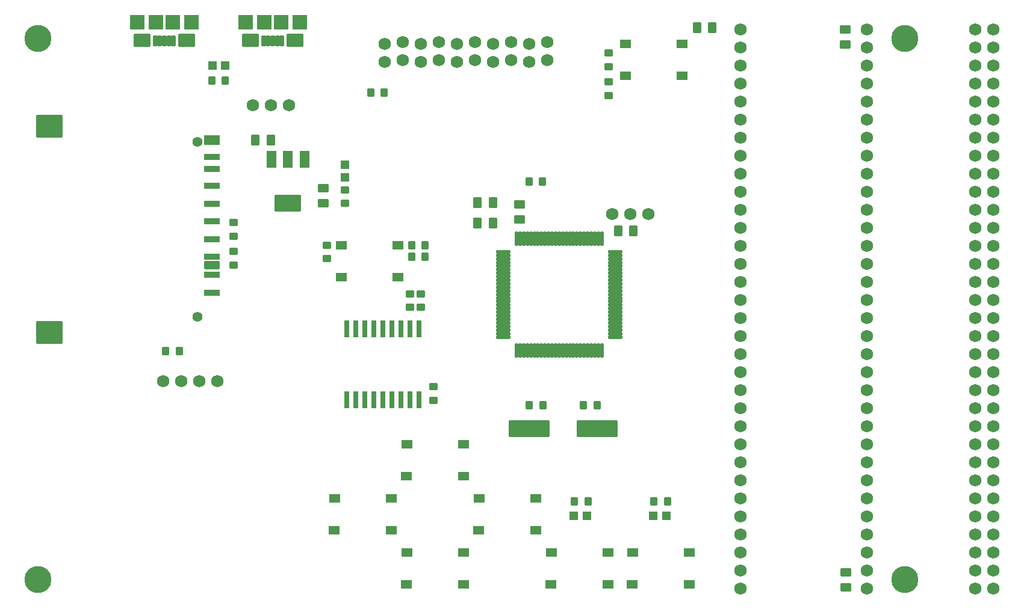
<source format=gts>
%TF.GenerationSoftware,KiCad,Pcbnew,(6.0.5)*%
%TF.CreationDate,2022-08-23T15:07:46-04:00*%
%TF.ProjectId,UMDv3,554d4476-332e-46b6-9963-61645f706362,rev?*%
%TF.SameCoordinates,Original*%
%TF.FileFunction,Soldermask,Top*%
%TF.FilePolarity,Negative*%
%FSLAX46Y46*%
G04 Gerber Fmt 4.6, Leading zero omitted, Abs format (unit mm)*
G04 Created by KiCad (PCBNEW (6.0.5)) date 2022-08-23 15:07:46*
%MOMM*%
%LPD*%
G01*
G04 APERTURE LIST*
G04 Aperture macros list*
%AMRoundRect*
0 Rectangle with rounded corners*
0 $1 Rounding radius*
0 $2 $3 $4 $5 $6 $7 $8 $9 X,Y pos of 4 corners*
0 Add a 4 corners polygon primitive as box body*
4,1,4,$2,$3,$4,$5,$6,$7,$8,$9,$2,$3,0*
0 Add four circle primitives for the rounded corners*
1,1,$1+$1,$2,$3*
1,1,$1+$1,$4,$5*
1,1,$1+$1,$6,$7*
1,1,$1+$1,$8,$9*
0 Add four rect primitives between the rounded corners*
20,1,$1+$1,$2,$3,$4,$5,0*
20,1,$1+$1,$4,$5,$6,$7,0*
20,1,$1+$1,$6,$7,$8,$9,0*
20,1,$1+$1,$8,$9,$2,$3,0*%
G04 Aperture macros list end*
%ADD10RoundRect,0.101600X-0.400000X-0.500000X0.400000X-0.500000X0.400000X0.500000X-0.400000X0.500000X0*%
%ADD11RoundRect,0.101600X0.508000X0.635000X-0.508000X0.635000X-0.508000X-0.635000X0.508000X-0.635000X0*%
%ADD12RoundRect,0.101600X0.500000X-0.400000X0.500000X0.400000X-0.500000X0.400000X-0.500000X-0.400000X0*%
%ADD13RoundRect,0.100000X0.950000X0.950000X-0.950000X0.950000X-0.950000X-0.950000X0.950000X-0.950000X0*%
%ADD14RoundRect,0.100000X1.050000X0.800000X-1.050000X0.800000X-1.050000X-0.800000X1.050000X-0.800000X0*%
%ADD15RoundRect,0.100000X0.200000X0.675000X-0.200000X0.675000X-0.200000X-0.675000X0.200000X-0.675000X0*%
%ADD16C,1.727200*%
%ADD17C,1.403200*%
%ADD18RoundRect,0.101600X-1.000000X0.350000X-1.000000X-0.350000X1.000000X-0.350000X1.000000X0.350000X0*%
%ADD19RoundRect,0.101600X-1.750000X1.500000X-1.750000X-1.500000X1.750000X-1.500000X1.750000X1.500000X0*%
%ADD20RoundRect,0.101600X-1.000000X0.475000X-1.000000X-0.475000X1.000000X-0.475000X1.000000X0.475000X0*%
%ADD21RoundRect,0.101600X-1.000000X0.600000X-1.000000X-0.600000X1.000000X-0.600000X1.000000X0.600000X0*%
%ADD22RoundRect,0.101600X0.400000X0.500000X-0.400000X0.500000X-0.400000X-0.500000X0.400000X-0.500000X0*%
%ADD23RoundRect,0.101600X-0.500000X0.400000X-0.500000X-0.400000X0.500000X-0.400000X0.500000X0.400000X0*%
%ADD24R,1.550000X1.300000*%
%ADD25RoundRect,0.101600X0.635000X-0.508000X0.635000X0.508000X-0.635000X0.508000X-0.635000X-0.508000X0*%
%ADD26RoundRect,0.101600X-0.508000X-0.635000X0.508000X-0.635000X0.508000X0.635000X-0.508000X0.635000X0*%
%ADD27RoundRect,0.101600X0.500000X0.500000X-0.500000X0.500000X-0.500000X-0.500000X0.500000X-0.500000X0*%
%ADD28RoundRect,0.101600X-0.500000X0.500000X-0.500000X-0.500000X0.500000X-0.500000X0.500000X0.500000X0*%
%ADD29C,3.810000*%
%ADD30RoundRect,0.110000X0.145000X-0.925000X0.145000X0.925000X-0.145000X0.925000X-0.145000X-0.925000X0*%
%ADD31RoundRect,0.110000X0.925000X0.145000X-0.925000X0.145000X-0.925000X-0.145000X0.925000X-0.145000X0*%
%ADD32RoundRect,0.110000X-0.925000X-0.145000X0.925000X-0.145000X0.925000X0.145000X-0.925000X0.145000X0*%
%ADD33RoundRect,0.101600X-0.250000X1.100000X-0.250000X-1.100000X0.250000X-1.100000X0.250000X1.100000X0*%
%ADD34RoundRect,0.110000X-2.800000X-1.050000X2.800000X-1.050000X2.800000X1.050000X-2.800000X1.050000X0*%
%ADD35RoundRect,0.101600X0.600000X1.100000X-0.600000X1.100000X-0.600000X-1.100000X0.600000X-1.100000X0*%
%ADD36RoundRect,0.101600X1.750000X1.100000X-1.750000X1.100000X-1.750000X-1.100000X1.750000X-1.100000X0*%
G04 APERTURE END LIST*
D10*
%TO.C,C101*%
X125542000Y-77470000D03*
X127442000Y-77470000D03*
%TD*%
D11*
%TO.C,C102*%
X111506000Y-84201000D03*
X109347000Y-84201000D03*
%TD*%
D12*
%TO.C,C104*%
X159004000Y-73848000D03*
X159004000Y-71948000D03*
%TD*%
D13*
%TO.C,CON101*%
X107910000Y-67564000D03*
X110560000Y-67564000D03*
D14*
X114910000Y-70114000D03*
D13*
X115610000Y-67564000D03*
D14*
X108610000Y-70114000D03*
D13*
X112960000Y-67564000D03*
D15*
X113060000Y-70239000D03*
X112410000Y-70239000D03*
X111760000Y-70239000D03*
X111110000Y-70239000D03*
X110460000Y-70239000D03*
%TD*%
D16*
%TO.C,CON103*%
X108966000Y-79248000D03*
X111506000Y-79248000D03*
X114046000Y-79248000D03*
%TD*%
%TO.C,CON104*%
X127508000Y-73152000D03*
X127508000Y-70612000D03*
X130048000Y-72898000D03*
X130048000Y-70358000D03*
X132588000Y-73152000D03*
X132588000Y-70612000D03*
X135128000Y-72898000D03*
X135128000Y-70358000D03*
X137668000Y-73152000D03*
X137668000Y-70612000D03*
X140208000Y-72898000D03*
X140208000Y-70358000D03*
X142748000Y-73152000D03*
X142748000Y-70612000D03*
X145288000Y-72898000D03*
X145288000Y-70358000D03*
X147828000Y-73152000D03*
X147828000Y-70612000D03*
X150368000Y-72898000D03*
X150368000Y-70358000D03*
%TD*%
D17*
%TO.C,CON105*%
X101135000Y-84474000D03*
X101135000Y-109074000D03*
D18*
X103235000Y-103149000D03*
X103235000Y-100649000D03*
X103235000Y-98149000D03*
X103235000Y-95649000D03*
X103235000Y-93149000D03*
X103235000Y-90649000D03*
X103235000Y-88224000D03*
X103235000Y-86524000D03*
X103235000Y-105649000D03*
D19*
X80335000Y-111274000D03*
D20*
X103235000Y-101774000D03*
D21*
X103235000Y-84219000D03*
D19*
X80335000Y-82274000D03*
%TD*%
D22*
%TO.C,R101*%
X149692400Y-89992200D03*
X147792400Y-89992200D03*
%TD*%
D23*
%TO.C,R102*%
X131064000Y-105857000D03*
X131064000Y-107757000D03*
%TD*%
%TO.C,R103*%
X132588000Y-105857000D03*
X132588000Y-107757000D03*
%TD*%
D24*
%TO.C,SW101*%
X161379000Y-70648000D03*
X169329000Y-70648000D03*
X161354000Y-75148000D03*
X169354000Y-75148000D03*
%TD*%
D25*
%TO.C,C105*%
X146456400Y-95377000D03*
X146456400Y-93218000D03*
%TD*%
D11*
%TO.C,C106*%
X162509200Y-97002600D03*
X160350200Y-97002600D03*
%TD*%
D26*
%TO.C,C107*%
X140589000Y-95885000D03*
X142748000Y-95885000D03*
%TD*%
D12*
%TO.C,C108*%
X119405400Y-100873600D03*
X119405400Y-98973600D03*
%TD*%
D22*
%TO.C,C110*%
X157363200Y-121564400D03*
X155463200Y-121564400D03*
%TD*%
D26*
%TO.C,C111*%
X171450000Y-68326000D03*
X173609000Y-68326000D03*
%TD*%
D25*
%TO.C,C112*%
X192278000Y-70739000D03*
X192278000Y-68580000D03*
%TD*%
%TO.C,C113*%
X192405000Y-147193000D03*
X192405000Y-145034000D03*
%TD*%
D23*
%TO.C,C114*%
X106299000Y-95824000D03*
X106299000Y-97724000D03*
%TD*%
D27*
%TO.C,D103*%
X105054400Y-73685400D03*
X103254400Y-73685400D03*
%TD*%
D28*
%TO.C,D104*%
X121945400Y-87655400D03*
X121945400Y-89455400D03*
%TD*%
D26*
%TO.C,FB101*%
X140589000Y-92964000D03*
X142748000Y-92964000D03*
%TD*%
D12*
%TO.C,R104*%
X159004000Y-77912000D03*
X159004000Y-76012000D03*
%TD*%
D10*
%TO.C,R107*%
X131307800Y-100634800D03*
X133207800Y-100634800D03*
%TD*%
D22*
%TO.C,R108*%
X133207800Y-98983800D03*
X131307800Y-98983800D03*
%TD*%
D10*
%TO.C,R109*%
X103190000Y-75819000D03*
X105090000Y-75819000D03*
%TD*%
D23*
%TO.C,R110*%
X121945400Y-91201200D03*
X121945400Y-93101200D03*
%TD*%
D24*
%TO.C,SW105*%
X120459600Y-134630600D03*
X128409600Y-134630600D03*
X120434600Y-139130600D03*
X128434600Y-139130600D03*
%TD*%
D16*
%TO.C,CON106*%
X210566000Y-68580000D03*
X177546000Y-68580000D03*
X210566000Y-71120000D03*
X177546000Y-71120000D03*
X210566000Y-73660000D03*
X177546000Y-73660000D03*
X177546000Y-76200000D03*
X210566000Y-76200000D03*
X177546000Y-78740000D03*
X210566000Y-78740000D03*
X210566000Y-81280000D03*
X177546000Y-81280000D03*
X210566000Y-83820000D03*
X177546000Y-83820000D03*
X210566000Y-86360000D03*
X177546000Y-86360000D03*
X210566000Y-88900000D03*
X177546000Y-88900000D03*
X177546000Y-91440000D03*
X210566000Y-91440000D03*
X210566000Y-93980000D03*
X177546000Y-93980000D03*
X177546000Y-96520000D03*
X210566000Y-96520000D03*
X210566000Y-99060000D03*
X177546000Y-99060000D03*
X177546000Y-101600000D03*
X210566000Y-101600000D03*
X210566000Y-104140000D03*
X177546000Y-104140000D03*
X177546000Y-106680000D03*
X210566000Y-106680000D03*
X210566000Y-109220000D03*
X177546000Y-109220000D03*
X210566000Y-111760000D03*
X177546000Y-111760000D03*
X210566000Y-114300000D03*
X177546000Y-114300000D03*
X210566000Y-116840000D03*
X177546000Y-116840000D03*
X210566000Y-119380000D03*
X177546000Y-119380000D03*
X210566000Y-121920000D03*
X177546000Y-121920000D03*
X177546000Y-124460000D03*
X210566000Y-124460000D03*
X177546000Y-127000000D03*
X210566000Y-127000000D03*
X210566000Y-129540000D03*
X177546000Y-129540000D03*
X210566000Y-132080000D03*
X177546000Y-132080000D03*
X177546000Y-134620000D03*
X210566000Y-134620000D03*
X210566000Y-137160000D03*
X177546000Y-137160000D03*
X210566000Y-139700000D03*
X177546000Y-139700000D03*
X177546000Y-142240000D03*
X210566000Y-142240000D03*
X177546000Y-144780000D03*
X210566000Y-144780000D03*
X210566000Y-147320000D03*
X177546000Y-147320000D03*
X213106000Y-147320000D03*
X195326000Y-147320000D03*
X213106000Y-144780000D03*
X195326000Y-144780000D03*
X213106000Y-142240000D03*
X195326000Y-142240000D03*
X213106000Y-139700000D03*
X195326000Y-139700000D03*
X213106000Y-137160000D03*
X195326000Y-137160000D03*
X213106000Y-134620000D03*
X195326000Y-134620000D03*
X213106000Y-132080000D03*
X195326000Y-132080000D03*
X213106000Y-129540000D03*
X195326000Y-129540000D03*
X195326000Y-127000000D03*
X213106000Y-127000000D03*
X195326000Y-124460000D03*
X213106000Y-124460000D03*
X195326000Y-121920000D03*
X213106000Y-121920000D03*
X195326000Y-119380000D03*
X213106000Y-119380000D03*
X195326000Y-116840000D03*
X213106000Y-116840000D03*
X213106000Y-114300000D03*
X195326000Y-114300000D03*
X195326000Y-111760000D03*
X213106000Y-111760000D03*
X213106000Y-109220000D03*
X195326000Y-109220000D03*
X213106000Y-106680000D03*
X195326000Y-106680000D03*
X195326000Y-104140000D03*
X213106000Y-104140000D03*
X195326000Y-101600000D03*
X213106000Y-101600000D03*
X213106000Y-99060000D03*
X195326000Y-99060000D03*
X195326000Y-96520000D03*
X213106000Y-96520000D03*
X195326000Y-93980000D03*
X213106000Y-93980000D03*
X213106000Y-91440000D03*
X195326000Y-91440000D03*
X213106000Y-88900000D03*
X195326000Y-88900000D03*
X195326000Y-86360000D03*
X213106000Y-86360000D03*
X195326000Y-83820000D03*
X213106000Y-83820000D03*
X195326000Y-81280000D03*
X213106000Y-81280000D03*
X213106000Y-78740000D03*
X195326000Y-78740000D03*
X195326000Y-76200000D03*
X213106000Y-76200000D03*
X195326000Y-73660000D03*
X213106000Y-73660000D03*
X213106000Y-71120000D03*
X195326000Y-71120000D03*
X195326000Y-68580000D03*
X213106000Y-68580000D03*
%TD*%
D29*
%TO.C,MEC102*%
X78740000Y-146050000D03*
%TD*%
%TO.C,MEC103*%
X200660000Y-69850000D03*
%TD*%
%TO.C,MEC104*%
X200660000Y-146050000D03*
%TD*%
%TO.C,MEC101*%
X78740000Y-69850000D03*
%TD*%
D24*
%TO.C,SW107*%
X130619600Y-127010600D03*
X138569600Y-127010600D03*
X130594600Y-131510600D03*
X138594600Y-131510600D03*
%TD*%
%TO.C,SW106*%
X130619600Y-142250600D03*
X138569600Y-142250600D03*
X130594600Y-146750600D03*
X138594600Y-146750600D03*
%TD*%
%TO.C,SW103*%
X162369600Y-142250600D03*
X170319600Y-142250600D03*
X162344600Y-146750600D03*
X170344600Y-146750600D03*
%TD*%
%TO.C,SW102*%
X150939600Y-142250600D03*
X158889600Y-142250600D03*
X150914600Y-146750600D03*
X158914600Y-146750600D03*
%TD*%
%TO.C,SW104*%
X140779600Y-134630600D03*
X148729600Y-134630600D03*
X140754600Y-139130600D03*
X148754600Y-139130600D03*
%TD*%
D27*
%TO.C,D102*%
X167106600Y-137134600D03*
X165306600Y-137134600D03*
%TD*%
D10*
%TO.C,R106*%
X165394600Y-135102600D03*
X167294600Y-135102600D03*
%TD*%
D27*
%TO.C,D101*%
X155930600Y-137134600D03*
X154130600Y-137134600D03*
%TD*%
D22*
%TO.C,R105*%
X156118600Y-135102600D03*
X154218600Y-135102600D03*
%TD*%
D16*
%TO.C,U104*%
X96380000Y-118110000D03*
X98920000Y-118110000D03*
X101460000Y-118110000D03*
X104000000Y-118110000D03*
%TD*%
D10*
%TO.C,C116*%
X96713000Y-113919000D03*
X98613000Y-113919000D03*
%TD*%
D23*
%TO.C,C115*%
X134366000Y-118938000D03*
X134366000Y-120838000D03*
%TD*%
D30*
%TO.C,U103*%
X146050000Y-113792000D03*
X146550000Y-113792000D03*
X147050000Y-113792000D03*
X147550000Y-113792000D03*
X148050000Y-113792000D03*
X148550000Y-113792000D03*
X149050000Y-113792000D03*
X149550000Y-113792000D03*
X150050000Y-113792000D03*
X150550000Y-113792000D03*
X151050000Y-113792000D03*
X151550000Y-113792000D03*
X152050000Y-113792000D03*
X152550000Y-113792000D03*
X153050000Y-113792000D03*
X153550000Y-113792000D03*
X154050000Y-113792000D03*
X154550000Y-113792000D03*
X155050000Y-113792000D03*
X155550000Y-113792000D03*
X156050000Y-113792000D03*
X156550000Y-113792000D03*
X157050000Y-113792000D03*
X157550000Y-113792000D03*
X158050000Y-113792000D03*
D31*
X159925000Y-111917000D03*
D32*
X159925000Y-111417000D03*
D31*
X159925000Y-110917000D03*
X159925000Y-110417000D03*
X159925000Y-109917000D03*
X159925000Y-109417000D03*
X159925000Y-108917000D03*
X159925000Y-108417000D03*
X159925000Y-107917000D03*
X159925000Y-107417000D03*
X159925000Y-106917000D03*
X159925000Y-106417000D03*
X159925000Y-105917000D03*
X159925000Y-105417000D03*
X159925000Y-104917000D03*
X159925000Y-104417000D03*
X159925000Y-103917000D03*
X159925000Y-103417000D03*
X159925000Y-102917000D03*
X159925000Y-102417000D03*
X159925000Y-101917000D03*
X159925000Y-101417000D03*
X159925000Y-100917000D03*
X159925000Y-100417000D03*
X159925000Y-99917000D03*
D30*
X158050000Y-98042000D03*
X157550000Y-98042000D03*
X157050000Y-98042000D03*
X156550000Y-98042000D03*
X156050000Y-98042000D03*
X155550000Y-98042000D03*
X155050000Y-98042000D03*
X154550000Y-98042000D03*
X154050000Y-98042000D03*
X153550000Y-98042000D03*
X153050000Y-98042000D03*
X152550000Y-98042000D03*
X152050000Y-98042000D03*
X151550000Y-98042000D03*
X151050000Y-98042000D03*
X150550000Y-98042000D03*
X150050000Y-98042000D03*
X149550000Y-98042000D03*
X149050000Y-98042000D03*
X148550000Y-98042000D03*
X148050000Y-98042000D03*
X147550000Y-98042000D03*
X147050000Y-98042000D03*
X146550000Y-98042000D03*
X146050000Y-98042000D03*
D31*
X144175000Y-99917000D03*
X144175000Y-100417000D03*
X144175000Y-100917000D03*
X144175000Y-101417000D03*
X144175000Y-101917000D03*
X144175000Y-102417000D03*
X144175000Y-102917000D03*
X144175000Y-103417000D03*
X144175000Y-103917000D03*
X144175000Y-104417000D03*
X144175000Y-104917000D03*
X144175000Y-105417000D03*
X144175000Y-105917000D03*
X144175000Y-106417000D03*
X144175000Y-106917000D03*
X144175000Y-107417000D03*
X144175000Y-107917000D03*
X144175000Y-108417000D03*
X144175000Y-108917000D03*
X144175000Y-109417000D03*
X144175000Y-109917000D03*
X144175000Y-110417000D03*
X144175000Y-110917000D03*
X144175000Y-111417000D03*
X144175000Y-111917000D03*
%TD*%
D33*
%TO.C,U101*%
X132334000Y-110744000D03*
X131064000Y-110744000D03*
X129794000Y-110744000D03*
X128524000Y-110744000D03*
X127254000Y-110744000D03*
X125984000Y-110744000D03*
X124714000Y-110744000D03*
X123444000Y-110744000D03*
X122174000Y-110744000D03*
X122174000Y-120744000D03*
X123444000Y-120744000D03*
X124714000Y-120744000D03*
X125984000Y-120744000D03*
X127254000Y-120744000D03*
X128524000Y-120744000D03*
X129794000Y-120744000D03*
X131064000Y-120744000D03*
X132334000Y-120744000D03*
%TD*%
D13*
%TO.C,CON102*%
X100370000Y-67564000D03*
X92670000Y-67564000D03*
X95320000Y-67564000D03*
D14*
X99670000Y-70114000D03*
D13*
X97720000Y-67564000D03*
D14*
X93370000Y-70114000D03*
D15*
X97820000Y-70239000D03*
X97170000Y-70239000D03*
X96520000Y-70239000D03*
X95870000Y-70239000D03*
X95220000Y-70239000D03*
%TD*%
D34*
%TO.C,X101*%
X147853200Y-124866400D03*
X157353200Y-124866400D03*
%TD*%
D10*
%TO.C,C109*%
X147843200Y-121564400D03*
X149743200Y-121564400D03*
%TD*%
D24*
%TO.C,SW108*%
X121424800Y-98969000D03*
X129374800Y-98969000D03*
X121399800Y-103469000D03*
X129399800Y-103469000D03*
%TD*%
D12*
%TO.C,R111*%
X106299000Y-101788000D03*
X106299000Y-99888000D03*
%TD*%
D35*
%TO.C,U102*%
X116219000Y-86868000D03*
D36*
X113919000Y-93068000D03*
D35*
X113919000Y-86868000D03*
X111619000Y-86868000D03*
%TD*%
D25*
%TO.C,C103*%
X118872000Y-93091000D03*
X118872000Y-90932000D03*
%TD*%
D16*
%TO.C,CON107*%
X159512000Y-94640400D03*
X162052000Y-94640400D03*
X164592000Y-94640400D03*
%TD*%
M02*

</source>
